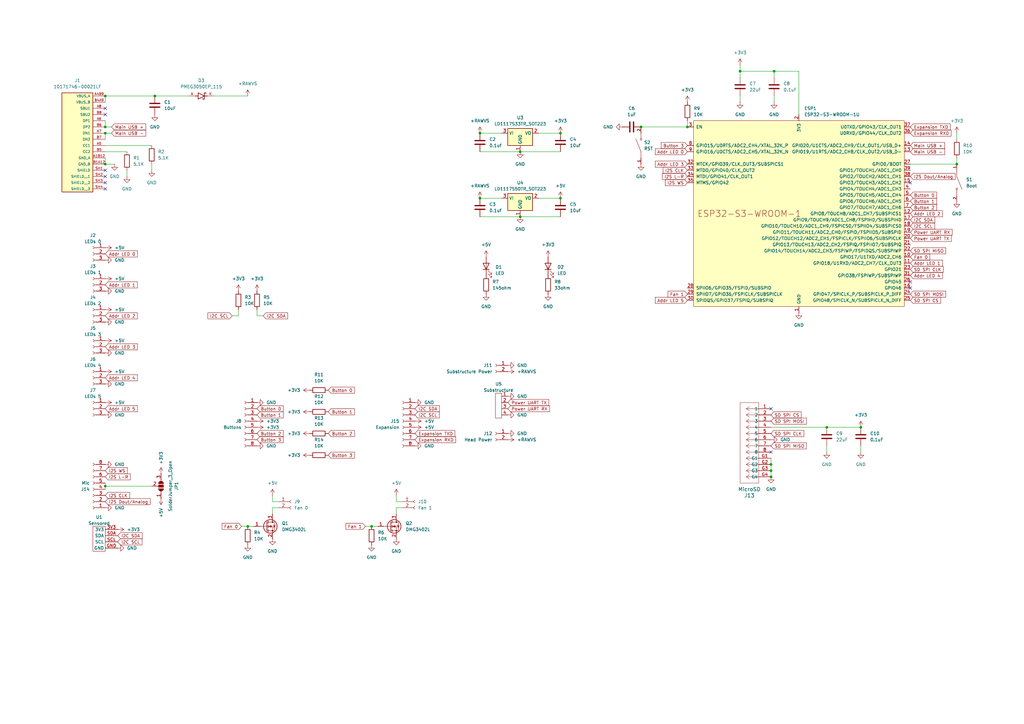
<source format=kicad_sch>
(kicad_sch (version 20250114) (generator "eeschema") (generator_version "9.0")
  (paper "A3")
  (junction (at 229.87 81.28))
  (junction (at 316.23 195.58))
  (junction (at 303.53 29.21))
  (junction (at 43.18 52.07))
  (junction (at 316.23 190.5))
  (junction (at 43.18 199.39))
  (junction (at 316.23 193.04))
  (junction (at 101.6 215.9))
  (junction (at 213.36 62.23))
  (junction (at 196.85 54.61))
  (junction (at 392.43 67.31))
  (junction (at 339.09 175.26))
  (junction (at 262.89 52.07))
  (junction (at 229.87 54.61))
  (junction (at 317.5 29.21))
  (junction (at 63.5 39.37))
  (junction (at 353.06 175.26))
  (junction (at 196.85 81.28))
  (junction (at 43.18 54.61))
  (junction (at 43.18 39.37))
  (junction (at 281.94 52.07))
  (junction (at 43.18 67.31))
  (junction (at 152.4 215.9))
  (junction (at 213.36 88.9))
  (no_connect (at 43.18 72.39))
  (no_connect (at 316.23 167.64))
  (no_connect (at 316.23 185.42))
  (no_connect (at 373.38 118.11))
  (no_connect (at 43.18 44.45))
  (no_connect (at 43.18 46.99))
  (no_connect (at 373.38 115.57))
  (no_connect (at 43.18 77.47))
  (no_connect (at 43.18 74.93))
  (no_connect (at 43.18 69.85))
  (no_connect (at 373.38 74.93))
  (wire (pts (xy 62.23 67.31) (xy 62.23 69.85)))
  (wire (pts (xy 105.41 127) (xy 105.41 129.54)))
  (wire (pts (xy 162.56 208.28) (xy 165.1 208.28)))
  (wire (pts (xy 317.5 39.37) (xy 317.5 41.91)))
  (wire (pts (xy 43.18 54.61) (xy 43.18 57.15)))
  (wire (pts (xy 43.18 199.39) (xy 43.18 200.66)))
  (wire (pts (xy 52.07 69.85) (xy 52.07 72.39)))
  (wire (pts (xy 105.41 129.54) (xy 107.95 129.54)))
  (wire (pts (xy 43.18 59.69) (xy 62.23 59.69)))
  (wire (pts (xy 327.66 29.21) (xy 327.66 46.99)))
  (wire (pts (xy 220.98 54.61) (xy 229.87 54.61)))
  (wire (pts (xy 196.85 88.9) (xy 213.36 88.9)))
  (wire (pts (xy 281.94 49.53) (xy 281.94 52.07)))
  (wire (pts (xy 63.5 39.37) (xy 77.47 39.37)))
  (wire (pts (xy 162.56 210.82) (xy 162.56 208.28)))
  (wire (pts (xy 262.89 52.07) (xy 281.94 52.07)))
  (wire (pts (xy 220.98 81.28) (xy 229.87 81.28)))
  (wire (pts (xy 43.18 41.91) (xy 43.18 39.37)))
  (wire (pts (xy 303.53 29.21) (xy 317.5 29.21)))
  (wire (pts (xy 43.18 62.23) (xy 52.07 62.23)))
  (wire (pts (xy 316.23 190.5) (xy 316.23 193.04)))
  (wire (pts (xy 303.53 26.67) (xy 303.53 29.21)))
  (wire (pts (xy 373.38 67.31) (xy 392.43 67.31)))
  (wire (pts (xy 95.25 129.54) (xy 97.79 129.54)))
  (wire (pts (xy 339.09 182.88) (xy 339.09 185.42)))
  (wire (pts (xy 101.6 215.9) (xy 104.14 215.9)))
  (wire (pts (xy 111.76 205.74) (xy 114.3 205.74)))
  (wire (pts (xy 316.23 175.26) (xy 339.09 175.26)))
  (wire (pts (xy 111.76 210.82) (xy 111.76 208.28)))
  (wire (pts (xy 43.18 39.37) (xy 63.5 39.37)))
  (wire (pts (xy 45.72 54.61) (xy 43.18 54.61)))
  (wire (pts (xy 316.23 193.04) (xy 316.23 195.58)))
  (wire (pts (xy 99.06 215.9) (xy 101.6 215.9)))
  (wire (pts (xy 149.86 215.9) (xy 152.4 215.9)))
  (wire (pts (xy 46.99 67.31) (xy 43.18 67.31)))
  (wire (pts (xy 317.5 29.21) (xy 317.5 31.75)))
  (wire (pts (xy 196.85 62.23) (xy 213.36 62.23)))
  (wire (pts (xy 303.53 29.21) (xy 303.53 31.75)))
  (wire (pts (xy 353.06 182.88) (xy 353.06 185.42)))
  (wire (pts (xy 43.18 67.31) (xy 43.18 64.77)))
  (wire (pts (xy 97.79 129.54) (xy 97.79 127)))
  (wire (pts (xy 392.43 54.61) (xy 392.43 57.15)))
  (wire (pts (xy 111.76 208.28) (xy 114.3 208.28)))
  (wire (pts (xy 392.43 64.77) (xy 392.43 67.31)))
  (wire (pts (xy 43.18 199.39) (xy 62.23 199.39)))
  (wire (pts (xy 213.36 62.23) (xy 229.87 62.23)))
  (wire (pts (xy 111.76 203.2) (xy 111.76 205.74)))
  (wire (pts (xy 162.56 205.74) (xy 165.1 205.74)))
  (wire (pts (xy 152.4 215.9) (xy 154.94 215.9)))
  (wire (pts (xy 339.09 175.26) (xy 353.06 175.26)))
  (wire (pts (xy 196.85 81.28) (xy 205.74 81.28)))
  (wire (pts (xy 316.23 187.96) (xy 316.23 190.5)))
  (wire (pts (xy 317.5 29.21) (xy 327.66 29.21)))
  (wire (pts (xy 303.53 39.37) (xy 303.53 41.91)))
  (wire (pts (xy 45.72 52.07) (xy 43.18 52.07)))
  (wire (pts (xy 162.56 203.2) (xy 162.56 205.74)))
  (wire (pts (xy 43.18 199.39) (xy 43.18 198.12)))
  (wire (pts (xy 213.36 88.9) (xy 229.87 88.9)))
  (wire (pts (xy 196.85 54.61) (xy 205.74 54.61)))
  (wire (pts (xy 43.18 49.53) (xy 43.18 52.07)))
  (wire (pts (xy 101.6 39.37) (xy 87.63 39.37)))
  (global_label "Power UART RX" (shape input) (at 373.38 95.25 0) (property "Intersheetrefs" "${INTERSHEET_REFS}" (effects (hide yes))))
  (global_label "Button 1" (shape input) (at 105.41 170.18 0) (property "Intersheetrefs" "${INTERSHEET_REFS}" (effects (hide yes))))
  (global_label "I2S L-R" (shape input) (at 43.18 195.58 0) (property "Intersheetrefs" "${INTERSHEET_REFS}" (effects (hide yes))))
  (global_label "Addr LED 3" (shape input) (at 43.18 142.24 0) (property "Intersheetrefs" "${INTERSHEET_REFS}" (effects (hide yes))))
  (global_label "SD SPI CLK" (shape input) (at 373.38 110.49 0) (property "Intersheetrefs" "${INTERSHEET_REFS}" (effects (hide yes))))
  (global_label "I2C SDA" (shape input) (at 107.95 129.54 0) (property "Intersheetrefs" "${INTERSHEET_REFS}" (effects (hide yes))))
  (global_label "I2C SCL" (shape input) (at 170.18 170.18 0) (property "Intersheetrefs" "${INTERSHEET_REFS}" (effects (hide yes))))
  (global_label "SD SPI MOSI" (shape input) (at 316.23 172.72 0) (property "Intersheetrefs" "${INTERSHEET_REFS}" (effects (hide yes))))
  (global_label "Button 0" (shape input) (at 373.38 80.01 0) (property "Intersheetrefs" "${INTERSHEET_REFS}" (effects (hide yes))))
  (global_label "Addr LED 0" (shape input) (at 281.94 62.23 180) (property "Intersheetrefs" "${INTERSHEET_REFS}" (effects (hide yes))))
  (global_label "SD SPI CLK" (shape input) (at 316.23 177.8 0) (property "Intersheetrefs" "${INTERSHEET_REFS}" (effects (hide yes))))
  (global_label "I2S L-R" (shape input) (at 281.94 72.39 180) (property "Intersheetrefs" "${INTERSHEET_REFS}" (effects (hide yes))))
  (global_label "Button 3" (shape input) (at 134.62 186.69 0) (property "Intersheetrefs" "${INTERSHEET_REFS}" (effects (hide yes))))
  (global_label "Addr LED 5" (shape input) (at 43.18 167.64 0) (property "Intersheetrefs" "${INTERSHEET_REFS}" (effects (hide yes))))
  (global_label "I2S Dout{slash}Analog" (shape input) (at 373.38 72.39 0) (property "Intersheetrefs" "${INTERSHEET_REFS}" (effects (hide yes))))
  (global_label "Addr LED 3" (shape input) (at 281.94 67.31 180) (property "Intersheetrefs" "${INTERSHEET_REFS}" (effects (hide yes))))
  (global_label "SD SPI MISO" (shape input) (at 316.23 182.88 0) (property "Intersheetrefs" "${INTERSHEET_REFS}" (effects (hide yes))))
  (global_label "Button 0" (shape input) (at 105.41 167.64 0) (property "Intersheetrefs" "${INTERSHEET_REFS}" (effects (hide yes))))
  (global_label "Button 2" (shape input) (at 373.38 85.09 0) (property "Intersheetrefs" "${INTERSHEET_REFS}" (effects (hide yes))))
  (global_label "SD SPI CS" (shape input) (at 316.23 170.18 0) (property "Intersheetrefs" "${INTERSHEET_REFS}" (effects (hide yes))))
  (global_label "I2C SDA" (shape input) (at 48.26 219.71 0) (property "Intersheetrefs" "${INTERSHEET_REFS}" (effects (hide yes))))
  (global_label "Power UART TX" (shape input) (at 208.28 165.1 0) (property "Intersheetrefs" "${INTERSHEET_REFS}" (effects (hide yes))))
  (global_label "Addr LED 4" (shape input) (at 43.18 154.94 0) (property "Intersheetrefs" "${INTERSHEET_REFS}" (effects (hide yes))))
  (global_label "Button 3" (shape input) (at 105.41 180.34 0) (property "Intersheetrefs" "${INTERSHEET_REFS}" (effects (hide yes))))
  (global_label "I2C SCL" (shape input) (at 373.38 92.71 0) (property "Intersheetrefs" "${INTERSHEET_REFS}" (effects (hide yes))))
  (global_label "Addr LED 4" (shape input) (at 373.38 113.03 0) (property "Intersheetrefs" "${INTERSHEET_REFS}" (effects (hide yes))))
  (global_label "I2C SDA" (shape input) (at 170.18 167.64 0) (property "Intersheetrefs" "${INTERSHEET_REFS}" (effects (hide yes))))
  (global_label "I2C SCL" (shape input) (at 95.25 129.54 180) (property "Intersheetrefs" "${INTERSHEET_REFS}" (effects (hide yes))))
  (global_label "Fan 0" (shape input) (at 99.06 215.9 180) (property "Intersheetrefs" "${INTERSHEET_REFS}" (effects (hide yes))))
  (global_label "I2S CLK" (shape input) (at 281.94 69.85 180) (property "Intersheetrefs" "${INTERSHEET_REFS}" (effects (hide yes))))
  (global_label "Main USB -" (shape input) (at 45.72 54.61 0) (property "Intersheetrefs" "${INTERSHEET_REFS}" (effects (hide yes))))
  (global_label "SD SPI MISO" (shape input) (at 373.38 102.87 0) (property "Intersheetrefs" "${INTERSHEET_REFS}" (effects (hide yes))))
  (global_label "Fan 1" (shape input) (at 149.86 215.9 180) (property "Intersheetrefs" "${INTERSHEET_REFS}" (effects (hide yes))))
  (global_label "Fan 1" (shape input) (at 281.94 120.65 180) (property "Intersheetrefs" "${INTERSHEET_REFS}" (effects (hide yes))))
  (global_label "I2S WS" (shape input) (at 281.94 74.93 180) (property "Intersheetrefs" "${INTERSHEET_REFS}" (effects (hide yes))))
  (global_label "Addr LED 2" (shape input) (at 373.38 87.63 0) (property "Intersheetrefs" "${INTERSHEET_REFS}" (effects (hide yes))))
  (global_label "Expansion TXD" (shape input) (at 373.38 52.07 0) (property "Intersheetrefs" "${INTERSHEET_REFS}" (effects (hide yes))))
  (global_label "Addr LED 2" (shape input) (at 43.18 129.54 0) (property "Intersheetrefs" "${INTERSHEET_REFS}" (effects (hide yes))))
  (global_label "Main USB -" (shape input) (at 373.38 62.23 0) (property "Intersheetrefs" "${INTERSHEET_REFS}" (effects (hide yes))))
  (global_label "SD SPI CS" (shape input) (at 373.38 123.19 0) (property "Intersheetrefs" "${INTERSHEET_REFS}" (effects (hide yes))))
  (global_label "Expansion RXD" (shape input) (at 373.38 54.61 0) (property "Intersheetrefs" "${INTERSHEET_REFS}" (effects (hide yes))))
  (global_label "Addr LED 1" (shape input) (at 43.18 116.84 0) (property "Intersheetrefs" "${INTERSHEET_REFS}" (effects (hide yes))))
  (global_label "Button 2" (shape input) (at 105.41 177.8 0) (property "Intersheetrefs" "${INTERSHEET_REFS}" (effects (hide yes))))
  (global_label "Main USB +" (shape input) (at 45.72 52.07 0) (property "Intersheetrefs" "${INTERSHEET_REFS}" (effects (hide yes))))
  (global_label "Addr LED 1" (shape input) (at 373.38 107.95 0) (property "Intersheetrefs" "${INTERSHEET_REFS}" (effects (hide yes))))
  (global_label "Fan 0" (shape input) (at 373.38 105.41 0) (property "Intersheetrefs" "${INTERSHEET_REFS}" (effects (hide yes))))
  (global_label "Button 0" (shape input) (at 134.62 160.02 0) (property "Intersheetrefs" "${INTERSHEET_REFS}" (effects (hide yes))))
  (global_label "I2C SDA" (shape input) (at 373.38 90.17 0) (property "Intersheetrefs" "${INTERSHEET_REFS}" (effects (hide yes))))
  (global_label "I2S CLK" (shape input) (at 43.18 203.2 0) (property "Intersheetrefs" "${INTERSHEET_REFS}" (effects (hide yes))))
  (global_label "Power UART RX" (shape input) (at 208.28 167.64 0) (property "Intersheetrefs" "${INTERSHEET_REFS}" (effects (hide yes))))
  (global_label "I2S WS" (shape input) (at 43.18 193.04 0) (property "Intersheetrefs" "${INTERSHEET_REFS}" (effects (hide yes))))
  (global_label "Expansion TXD" (shape input) (at 170.18 177.8 0) (property "Intersheetrefs" "${INTERSHEET_REFS}" (effects (hide yes))))
  (global_label "Button 1" (shape input) (at 373.38 82.55 0) (property "Intersheetrefs" "${INTERSHEET_REFS}" (effects (hide yes))))
  (global_label "SD SPI MOSI" (shape input) (at 373.38 120.65 0) (property "Intersheetrefs" "${INTERSHEET_REFS}" (effects (hide yes))))
  (global_label "Addr LED 0" (shape input) (at 43.18 104.14 0) (property "Intersheetrefs" "${INTERSHEET_REFS}" (effects (hide yes))))
  (global_label "Button 2" (shape input) (at 134.62 177.8 0) (property "Intersheetrefs" "${INTERSHEET_REFS}" (effects (hide yes))))
  (global_label "Power UART TX" (shape input) (at 373.38 97.79 0) (property "Intersheetrefs" "${INTERSHEET_REFS}" (effects (hide yes))))
  (global_label "Button 3" (shape input) (at 281.94 59.69 180) (property "Intersheetrefs" "${INTERSHEET_REFS}" (effects (hide yes))))
  (global_label "Addr LED 5" (shape input) (at 281.94 123.19 180) (property "Intersheetrefs" "${INTERSHEET_REFS}" (effects (hide yes))))
  (global_label "Button 1" (shape input) (at 134.62 168.91 0) (property "Intersheetrefs" "${INTERSHEET_REFS}" (effects (hide yes))))
  (global_label "I2C SCL" (shape input) (at 48.26 222.25 0) (property "Intersheetrefs" "${INTERSHEET_REFS}" (effects (hide yes))))
  (global_label "Main USB +" (shape input) (at 373.38 59.69 0) (property "Intersheetrefs" "${INTERSHEET_REFS}" (effects (hide yes))))
  (global_label "I2S Dout{slash}Analog" (shape input) (at 43.18 205.74 0) (property "Intersheetrefs" "${INTERSHEET_REFS}" (effects (hide yes))))
  (global_label "Expansion RXD" (shape input) (at 170.18 180.34 0) (property "Intersheetrefs" "${INTERSHEET_REFS}" (effects (hide yes))))
  (symbol (lib_id "Connector:Conn_01x02_Socket") (at 203.2 149.86 0) (mirror y) (unit 1) (in_bom no)
    (property "Reference" "J11" (at 201.93 149.8599 0) (effects (justify left)))
    (property "Value" "Substructure Power" (at 201.93 152.3999 0) (effects (justify left)))
    (property "Footprint" "Connector_AMASS:AMASS_XT30PW-M_1x02_P2.50mm_Horizontal" (effects (hide yes)))
    (property "Description" "Generic connector, single row, 01x02, script generated" (effects (hide yes)))
  )
  (symbol (lib_id "Device:C") (at 339.09 179.07 0) (unit 1)
    (property "Reference" "C9" (at 342.9 177.7999 0) (effects (justify left)))
    (property "Value" "22uF" (at 342.9 180.3399 0) (effects (justify left)))
    (property "Footprint" "Capacitor_SMD:C_0603_1608Metric_Pad1.08x0.95mm_HandSolder" (effects (hide yes)))
    (property "Description" "Unpolarized capacitor" (effects (hide yes)))
    (property "LCSC" "C84419" (effects (hide yes)))
  )
  (symbol (lib_id "power:GND") (at 327.66 128.27 0) (unit 1)
    (property "Reference" "#PWR071" (effects (hide yes)))
    (property "Value" "GND" (at 327.66 133.35 0))
    (property "Description" "Power symbol creates a global label with name \"GND\" , ground" (effects (hide yes)))
  )
  (symbol (lib_id "power:+3V3") (at 353.06 175.26 0) (unit 1)
    (property "Reference" "#PWR073" (effects (hide yes)))
    (property "Value" "+3V3" (at 353.06 170.18 0))
    (property "Description" "Power symbol creates a global label with name \"+3V3\"" (effects (hide yes)))
  )
  (symbol (lib_id "Device:R") (at 224.79 116.84 0) (unit 1)
    (property "Reference" "R8" (at 227.33 115.5699 0) (effects (justify left)))
    (property "Value" "33ohm" (at 227.33 118.1099 0) (effects (justify left)))
    (property "Footprint" "Capacitor_SMD:C_0603_1608Metric_Pad1.08x0.95mm_HandSolder" (effects (hide yes)))
    (property "Description" "Resistor" (effects (hide yes)))
    (property "LCSC" "C108661" (effects (hide yes)))
  )
  (symbol (lib_id "power:+5V") (at 111.76 203.2 0) (unit 1)
    (property "Reference" "#PWR025" (effects (hide yes)))
    (property "Value" "+5V" (at 111.76 198.12 0))
    (property "Description" "Power symbol creates a global label with name \"+5V\"" (effects (hide yes)))
  )
  (symbol (lib_id "power:+5V") (at 229.87 81.28 0) (unit 1)
    (property "Reference" "#PWR062" (effects (hide yes)))
    (property "Value" "+5V" (at 229.87 76.2 0))
    (property "Description" "Power symbol creates a global label with name \"+5V\"" (effects (hide yes)))
  )
  (symbol (lib_id "power:GND") (at 208.28 162.56 90) (unit 1)
    (property "Reference" "#PWR037" (effects (hide yes)))
    (property "Value" "GND" (at 212.09 162.5599 90) (effects (justify right)))
    (property "Description" "Power symbol creates a global label with name \"GND\" , ground" (effects (hide yes)))
  )
  (symbol (lib_id "power:GND") (at 63.5 46.99 0) (unit 1)
    (property "Reference" "#PWR019" (effects (hide yes)))
    (property "Value" "GND" (at 63.5 52.07 0))
    (property "Description" "Power symbol creates a global label with name \"GND\" , ground" (effects (hide yes)))
  )
  (symbol (lib_id "USBC_10171746_00021LF:10171746-00021LF") (at 31.75 50.8 0) (unit 1)
    (property "Reference" "J1" (at 31.75 33.02 0))
    (property "Value" "10171746-00021LF" (at 31.75 35.56 0))
    (property "Footprint" "USBC:MOLEX_2171790001" (effects (hide yes)))
    (property "LCSC" "C3197684" (effects (hide yes)))
    (property "PARTREV" "A" (effects (hide yes)))
    (property "STANDARD" "Manufacturer Recommendations" (effects (hide yes)))
    (property "MAXIMUM_PACKAGE_HEIGHT" "3.16 mm" (effects (hide yes)))
    (property "MANUFACTURER" "Amphenol" (effects (hide yes)))
  )
  (symbol (lib_id "Connector:Conn_01x03_Socket") (at 38.1 129.54 0) (mirror y) (unit 1)
    (property "Reference" "J4" (at 38.1 121.92 0))
    (property "Value" "LEDs 2" (at 38.1 124.46 0))
    (property "Footprint" "Connector_JST:JST_GH_SM03B-GHS-TB_1x03-1MP_P1.25mm_Horizontal" (effects (hide yes)))
    (property "Description" "Generic connector, single row, 01x03, script generated" (effects (hide yes)))
    (property "LCSC" "C514175" (effects (hide yes)))
  )
  (symbol (lib_id "power:GND") (at 316.23 180.34 90) (unit 1)
    (property "Reference" "#PWR068" (effects (hide yes)))
    (property "Value" "GND" (at 320.04 180.3399 90) (effects (justify right)))
    (property "Description" "Power symbol creates a global label with name \"GND\" , ground" (effects (hide yes)))
  )
  (symbol (lib_id "Device:C") (at 196.85 58.42 0) (unit 1)
    (property "Reference" "C2" (at 200.66 57.1499 0) (effects (justify left)))
    (property "Value" "0.1uf" (at 200.66 59.6899 0) (effects (justify left)))
    (property "Footprint" "Capacitor_SMD:C_0603_1608Metric_Pad1.08x0.95mm_HandSolder" (effects (hide yes)))
    (property "Description" "Unpolarized capacitor" (effects (hide yes)))
    (property "LCSC" "C1591" (effects (hide yes)))
  )
  (symbol (lib_id "Regulator_Linear:LD1117S50TR_SOT223") (at 213.36 81.28 0) (unit 1)
    (property "Reference" "U4" (at 213.36 74.93 0))
    (property "Value" "LD1117S50TR_SOT223" (at 213.36 77.47 0))
    (property "Footprint" "Package_TO_SOT_SMD:SOT-223-3_TabPin2" (effects (hide yes)))
    (property "Datasheet" "http://www.st.com/st-web-ui/static/active/en/resource/technical/document/datasheet/CD00000544.pdf" (effects (hide yes)))
    (property "Description" "800mA Fixed Low Drop Positive Voltage Regulator, Fixed Output 5.0V, SOT-223" (effects (hide yes)))
    (property "LCSC" "C134077" (effects (hide yes)))
  )
  (symbol (lib_id "power:GND") (at 48.26 224.79 90) (unit 1)
    (property "Reference" "#PWR015" (effects (hide yes)))
    (property "Value" "GND" (at 52.07 224.7899 90) (effects (justify right)))
    (property "Description" "Power symbol creates a global label with name \"GND\" , ground" (effects (hide yes)))
  )
  (symbol (lib_id "power:+5V") (at 43.18 152.4 270) (unit 1)
    (property "Reference" "#PWR09" (effects (hide yes)))
    (property "Value" "+5V" (at 46.99 152.3999 90) (effects (justify left)))
    (property "Description" "Power symbol creates a global label with name \"+5V\"" (effects (hide yes)))
  )
  (symbol (lib_id "Device:C") (at 63.5 43.18 0) (unit 1)
    (property "Reference" "C1" (at 67.31 41.9099 0) (effects (justify left)))
    (property "Value" "10uF" (at 67.31 44.4499 0) (effects (justify left)))
    (property "Footprint" "Capacitor_SMD:C_0603_1608Metric" (effects (hide yes)))
    (property "Description" "Unpolarized capacitor" (effects (hide yes)))
    (property "LCSC" "C3039698" (effects (hide yes)))
  )
  (symbol (lib_id "power:+3V3") (at 392.43 54.61 0) (unit 1)
    (property "Reference" "#PWR075" (effects (hide yes)))
    (property "Value" "+3V3" (at 392.43 49.53 0))
    (property "Description" "Power symbol creates a global label with name \"+3V3\"" (effects (hide yes)))
  )
  (symbol (lib_id "power:+5VP") (at 196.85 81.28 0) (unit 1)
    (property "Reference" "#PWR043" (effects (hide yes)))
    (property "Value" "+RAWVS" (at 196.85 76.2 0))
    (property "Description" "Power symbol creates a global label with name \"+5VP\"" (effects (hide yes)))
  )
  (symbol (lib_id "Device:R") (at 281.94 45.72 0) (unit 1)
    (property "Reference" "R9" (at 284.48 44.4499 0) (effects (justify left)))
    (property "Value" "10K" (at 284.48 46.9899 0) (effects (justify left)))
    (property "Footprint" "Resistor_SMD:R_0603_1608Metric" (effects (hide yes)))
    (property "Description" "Resistor" (effects (hide yes)))
    (property "LCSC" "C98220" (effects (hide yes)))
  )
  (symbol (lib_id "power:+5V") (at 199.39 105.41 0) (unit 1)
    (property "Reference" "#PWR047" (effects (hide yes)))
    (property "Value" "+5V" (at 199.39 100.33 0))
    (property "Description" "Power symbol creates a global label with name \"+5V\"" (effects (hide yes)))
  )
  (symbol (lib_id "power:GND") (at 43.18 144.78 90) (unit 1)
    (property "Reference" "#PWR08" (effects (hide yes)))
    (property "Value" "GND" (at 46.99 144.7799 90) (effects (justify right)))
    (property "Description" "Power symbol creates a global label with name \"GND\" , ground" (effects (hide yes)))
  )
  (symbol (lib_id "Connector:Conn_01x03_Socket") (at 38.1 104.14 0) (mirror y) (unit 1)
    (property "Reference" "J2" (at 38.1 96.52 0))
    (property "Value" "LEDs 0" (at 38.1 99.06 0))
    (property "Footprint" "Connector_JST:JST_GH_SM03B-GHS-TB_1x03-1MP_P1.25mm_Horizontal" (effects (hide yes)))
    (property "Description" "Generic connector, single row, 01x03, script generated" (effects (hide yes)))
    (property "LCSC" "C514175" (effects (hide yes)))
  )
  (symbol (lib_id "Buttons:B3U-1000P") (at 262.89 59.69 90) (unit 1)
    (property "Reference" "S2" (at 264.16 58.4199 90) (effects (justify right)))
    (property "Value" "RST" (at 264.16 60.9599 90) (effects (justify right)))
    (property "Footprint" "Buttons:SW_B3U-1000P" (effects (hide yes)))
    (property "Datasheet" "kicad-embed://B3U-1000P.step" (effects (hide yes)))
    (property "LCSC" "C231329 " (effects (hide yes)))
    (property "MF" "Omron" (effects (hide yes)))
    (property "DESCRIPTION" "Tactile Switch SPST-NO Top Actuated Surface Mount" (effects (hide yes)))
    (property "PACKAGE" "None" (effects (hide yes)))
    (property "PRICE" "None" (effects (hide yes)))
    (property "MP" "B3U-1000P" (effects (hide yes)))
    (property "AVAILABILITY" "Unavailable" (effects (hide yes)))
  )
  (symbol (lib_id "Device:R") (at 62.23 63.5 0) (unit 1)
    (property "Reference" "R2" (at 64.77 62.2299 0) (effects (justify left)))
    (property "Value" "5.1K" (at 64.77 64.7699 0) (effects (justify left)))
    (property "Footprint" "Resistor_SMD:R_0603_1608Metric" (effects (hide yes)))
    (property "Description" "Resistor" (effects (hide yes)))
    (property "LCSC" "C328432" (effects (hide yes)))
  )
  (symbol (lib_id "power:+5V") (at 43.18 139.7 270) (unit 1)
    (property "Reference" "#PWR07" (effects (hide yes)))
    (property "Value" "+5V" (at 46.99 139.6999 90) (effects (justify left)))
    (property "Description" "Power symbol creates a global label with name \"+5V\"" (effects (hide yes)))
  )
  (symbol (lib_id "PCM_Espressif:ESP32-S3-WROOM-1") (at 327.66 87.63 0) (unit 1) (in_bom no)
    (property "Reference" "ESP1" (at 329.8541 44.45 0) (effects (justify left)))
    (property "Value" "ESP32-S3-WROOM-1U" (at 329.8541 46.99 0) (effects (justify left)))
    (property "Footprint" "RF_Module:ESP32-S3-WROOM-1U" (effects (hide yes)))
    (property "Datasheet" "https://www.espressif.com/sites/default/files/documentation/esp32-s3-wroom-1_wroom-1u_datasheet_en.pdf" (effects (hide yes)))
    (property "Description" "2.4 GHz WiFi (802.11 b/g/n) and Bluetooth ® 5 (LE) module Built around ESP32S3 series of SoCs, Xtensa ® dualcore 32bit LX7 microprocessor Flash up to 16 MB, PSRAM up to 8 MB 36 GPIOs, rich set of peripherals Onboard PCB antenna" (effects (hide yes)))
  )
  (symbol (lib_id "power:+3V3") (at 66.04 194.31 0) (mirror y) (unit 1)
    (property "Reference" "#PWR027" (effects (hide yes)))
    (property "Value" "+3V3" (at 66.0401 190.5 90) (effects (justify left)))
    (property "Description" "Power symbol creates a global label with name \"+3V3\"" (effects (hide yes)))
  )
  (symbol (lib_id "power:GND") (at 392.43 82.55 0) (unit 1)
    (property "Reference" "#PWR076" (effects (hide yes)))
    (property "Value" "GND" (at 392.43 87.63 0))
    (property "Description" "Power symbol creates a global label with name \"GND\" , ground" (effects (hide yes)))
  )
  (symbol (lib_id "power:GND") (at 170.18 165.1 90) (unit 1)
    (property "Reference" "#PWR039" (effects (hide yes)))
    (property "Value" "GND" (at 173.99 165.0999 90) (effects (justify right)))
    (property "Description" "Power symbol creates a global label with name \"GND\" , ground" (effects (hide yes)))
  )
  (symbol (lib_id "MicroSD_473092651:473092651") (at 316.23 167.64 0) (mirror y) (unit 1)
    (property "Reference" "J13" (at 307.34 203.2 0) (effects (font (size 1.524 1.524))))
    (property "Value" "MicroSD" (at 307.34 200.66 0) (effects (font (size 1.524 1.524))))
    (property "Footprint" "Micro SD:MicroSD_473092651" (effects (hide yes)))
    (property "Datasheet" "473092651" (effects (hide yes)))
    (property "LCSC" "C587826" (effects (hide yes)))
  )
  (symbol (lib_id "power:GND") (at 224.79 120.65 0) (unit 1)
    (property "Reference" "#PWR060" (effects (hide yes)))
    (property "Value" "GND" (at 224.79 125.73 0))
    (property "Description" "Power symbol creates a global label with name \"GND\" , ground" (effects (hide yes)))
  )
  (symbol (lib_id "Connector:Conn_01x08_Socket") (at 165.1 172.72 0) (mirror y) (unit 1)
    (property "Reference" "J15" (at 163.83 172.7199 0) (effects (justify left)))
    (property "Value" "Expansion" (at 163.83 175.2599 0) (effects (justify left)))
    (property "Footprint" "Connector_JST:JST_GH_SM08B-GHS-TB_1x08-1MP_P1.25mm_Horizontal" (effects (hide yes)))
    (property "Description" "Generic connector, single row, 01x08, script generated" (effects (hide yes)))
    (property "LCSC" "C265111" (effects (hide yes)))
  )
  (symbol (lib_id "Connector:Conn_01x03_Socket") (at 38.1 142.24 0) (mirror y) (unit 1)
    (property "Reference" "J5" (at 38.1 134.62 0))
    (property "Value" "LEDs 3" (at 38.1 137.16 0))
    (property "Footprint" "Connector_JST:JST_GH_SM03B-GHS-TB_1x03-1MP_P1.25mm_Horizontal" (effects (hide yes)))
    (property "Description" "Generic connector, single row, 01x03, script generated" (effects (hide yes)))
    (property "LCSC" "C514175" (effects (hide yes)))
  )
  (symbol (lib_id "power:GND") (at 43.18 208.28 90) (mirror x) (unit 1)
    (property "Reference" "#PWR038" (effects (hide yes)))
    (property "Value" "GND" (at 46.99 208.2799 90) (effects (justify right)))
    (property "Description" "Power symbol creates a global label with name \"GND\" , ground" (effects (hide yes)))
  )
  (symbol (lib_id "power:GND") (at 111.76 220.98 0) (unit 1)
    (property "Reference" "#PWR026" (effects (hide yes)))
    (property "Value" "GND" (at 111.76 226.06 0))
    (property "Description" "Power symbol creates a global label with name \"GND\" , ground" (effects (hide yes)))
  )
  (symbol (lib_id "Device:LED") (at 199.39 109.22 90) (unit 1)
    (property "Reference" "D1" (at 203.2 109.5374 90) (effects (justify right)))
    (property "Value" "LED" (at 203.2 112.0774 90) (effects (justify right)))
    (property "Footprint" "Diode_SMD:D_0603_1608Metric_Pad1.05x0.95mm_HandSolder" (effects (hide yes)))
    (property "Description" "Light emitting diode" (effects (hide yes)))
    (property "LCSC" "C7207730" (effects (hide yes)))
  )
  (symbol (lib_id "Buttons:B3U-1000P") (at 392.43 74.93 270) (unit 1)
    (property "Reference" "S1" (at 396.24 73.6599 90) (effects (justify left)))
    (property "Value" "Boot" (at 396.24 76.1999 90) (effects (justify left)))
    (property "Footprint" "Buttons:SW_B3U-1000P" (effects (hide yes)))
    (property "Datasheet" "kicad-embed://B3U-1000P.step" (effects (hide yes)))
    (property "LCSC" "C231329 " (effects (hide yes)))
    (property "MF" "Omron" (effects (hide yes)))
    (property "DESCRIPTION" "Tactile Switch SPST-NO Top Actuated Surface Mount" (effects (hide yes)))
    (property "PACKAGE" "None" (effects (hide yes)))
    (property "PRICE" "None" (effects (hide yes)))
    (property "MP" "B3U-1000P" (effects (hide yes)))
    (property "AVAILABILITY" "Unavailable" (effects (hide yes)))
  )
  (symbol (lib_id "Device:R") (at 130.81 186.69 90) (unit 1)
    (property "Reference" "R14" (at 130.81 180.34 90))
    (property "Value" "10K" (at 130.81 182.88 90))
    (property "Footprint" "Resistor_SMD:R_0603_1608Metric_Pad0.98x0.95mm_HandSolder" (effects (hide yes)))
    (property "Description" "Resistor" (effects (hide yes)))
    (property "LCSC" "C98220" (effects (hide yes)))
  )
  (symbol (lib_id "power:+3V3") (at 127 186.69 90) (unit 1)
    (property "Reference" "#PWR050" (effects (hide yes)))
    (property "Value" "+3V3" (at 123.19 186.6899 90) (effects (justify left)))
    (property "Description" "Power symbol creates a global label with name \"+3V3\"" (effects (hide yes)))
  )
  (symbol (lib_id "power:GND") (at 43.18 132.08 90) (unit 1)
    (property "Reference" "#PWR06" (effects (hide yes)))
    (property "Value" "GND" (at 46.99 132.0799 90) (effects (justify right)))
    (property "Description" "Power symbol creates a global label with name \"GND\" , ground" (effects (hide yes)))
  )
  (symbol (lib_id "power:GND") (at 208.28 170.18 90) (unit 1)
    (property "Reference" "#PWR055" (effects (hide yes)))
    (property "Value" "GND" (at 212.09 170.1799 90) (effects (justify right)))
    (property "Description" "Power symbol creates a global label with name \"GND\" , ground" (effects (hide yes)))
  )
  (symbol (lib_id "power:GND") (at 62.23 69.85 0) (unit 1)
    (property "Reference" "#PWR017" (effects (hide yes)))
    (property "Value" "GND" (at 62.23 74.93 0))
    (property "Description" "Power symbol creates a global label with name \"GND\" , ground" (effects (hide yes)))
  )
  (symbol (lib_id "power:GND") (at 262.89 67.31 0) (unit 1)
    (property "Reference" "#PWR064" (effects (hide yes)))
    (property "Value" "GND" (at 262.89 72.39 0))
    (property "Description" "Power symbol creates a global label with name \"GND\" , ground" (effects (hide yes)))
  )
  (symbol (lib_id "Device:R") (at 105.41 123.19 0) (unit 1)
    (property "Reference" "R5" (at 107.95 121.9199 0) (effects (justify left)))
    (property "Value" "10K" (at 107.95 124.4599 0) (effects (justify left)))
    (property "Footprint" "Resistor_SMD:R_0603_1608Metric_Pad0.98x0.95mm_HandSolder" (effects (hide yes)))
    (property "Description" "Resistor" (effects (hide yes)))
    (property "LCSC" "C98220" (effects (hide yes)))
  )
  (symbol (lib_id "Device:C") (at 196.85 85.09 0) (unit 1)
    (property "Reference" "C3" (at 200.66 83.8199 0) (effects (justify left)))
    (property "Value" "0.1uf" (at 200.66 86.3599 0) (effects (justify left)))
    (property "Footprint" "Capacitor_SMD:C_0603_1608Metric_Pad1.08x0.95mm_HandSolder" (effects (hide yes)))
    (property "Description" "Unpolarized capacitor" (effects (hide yes)))
    (property "LCSC" "C1591" (effects (hide yes)))
  )
  (symbol (lib_id "Device:R") (at 130.81 177.8 90) (unit 1)
    (property "Reference" "R13" (at 130.81 171.45 90))
    (property "Value" "10K" (at 130.81 173.99 90))
    (property "Footprint" "Resistor_SMD:R_0603_1608Metric_Pad0.98x0.95mm_HandSolder" (effects (hide yes)))
    (property "Description" "Resistor" (effects (hide yes)))
    (property "LCSC" "C98220" (effects (hide yes)))
  )
  (symbol (lib_id "power:+3V3") (at 105.41 172.72 270) (unit 1)
    (property "Reference" "#PWR029" (effects (hide yes)))
    (property "Value" "+3V3" (at 109.22 172.7199 90) (effects (justify left)))
    (property "Description" "Power symbol creates a global label with name \"+3V3\"" (effects (hide yes)))
  )
  (symbol (lib_id "power:+5V") (at 170.18 172.72 270) (unit 1)
    (property "Reference" "#PWR052" (effects (hide yes)))
    (property "Value" "+5V" (at 173.99 172.7199 90) (effects (justify left)))
    (property "Description" "Power symbol creates a global label with name \"+5V\"" (effects (hide yes)))
  )
  (symbol (lib_id "Device:R") (at 130.81 160.02 90) (unit 1)
    (property "Reference" "R11" (at 130.81 153.67 90))
    (property "Value" "10K" (at 130.81 156.21 90))
    (property "Footprint" "Resistor_SMD:R_0603_1608Metric_Pad0.98x0.95mm_HandSolder" (effects (hide yes)))
    (property "Description" "Resistor" (effects (hide yes)))
    (property "LCSC" "C98220" (effects (hide yes)))
  )
  (symbol (lib_id "Device:C") (at 303.53 35.56 0) (unit 1)
    (property "Reference" "C7" (at 307.34 34.2899 0) (effects (justify left)))
    (property "Value" "22uF" (at 307.34 36.8299 0) (effects (justify left)))
    (property "Footprint" "Capacitor_SMD:C_0603_1608Metric_Pad1.08x0.95mm_HandSolder" (effects (hide yes)))
    (property "Description" "Unpolarized capacitor" (effects (hide yes)))
    (property "LCSC" "C84419" (effects (hide yes)))
  )
  (symbol (lib_id "power:GND") (at 152.4 223.52 0) (unit 1)
    (property "Reference" "#PWR032" (effects (hide yes)))
    (property "Value" "GND" (at 152.4 228.6 0))
    (property "Description" "Power symbol creates a global label with name \"GND\" , ground" (effects (hide yes)))
  )
  (symbol (lib_id "power:+3V3") (at 224.79 105.41 0) (unit 1)
    (property "Reference" "#PWR059" (effects (hide yes)))
    (property "Value" "+3V3" (at 224.79 100.33 0))
    (property "Description" "Power symbol creates a global label with name \"+3V3\"" (effects (hide yes)))
  )
  (symbol (lib_id "Device:R") (at 101.6 219.71 0) (unit 1)
    (property "Reference" "R4" (at 104.14 218.4399 0) (effects (justify left)))
    (property "Value" "10K" (at 104.14 220.9799 0) (effects (justify left)))
    (property "Footprint" "Resistor_SMD:R_0603_1608Metric_Pad0.98x0.95mm_HandSolder" (effects (hide yes)))
    (property "Description" "Resistor" (effects (hide yes)))
    (property "LCSC" "C98220" (effects (hide yes)))
  )
  (symbol (lib_id "power:+5V") (at 43.18 101.6 270) (unit 1)
    (property "Reference" "#PWR01" (effects (hide yes)))
    (property "Value" "+5V" (at 46.99 101.5999 90) (effects (justify left)))
    (property "Description" "Power symbol creates a global label with name \"+5V\"" (effects (hide yes)))
  )
  (symbol (lib_id "Connector:Conn_01x08_Socket") (at 100.33 172.72 0) (mirror y) (unit 1)
    (property "Reference" "J8" (at 99.06 172.7199 0) (effects (justify left)))
    (property "Value" "Buttons" (at 99.06 175.2599 0) (effects (justify left)))
    (property "Footprint" "Connector_JST:JST_GH_SM08B-GHS-TB_1x08-1MP_P1.25mm_Horizontal" (effects (hide yes)))
    (property "Description" "Generic connector, single row, 01x08, script generated" (effects (hide yes)))
    (property "LCSC" "C265111" (effects (hide yes)))
  )
  (symbol (lib_id "power:+3V3") (at 127 177.8 90) (unit 1)
    (property "Reference" "#PWR049" (effects (hide yes)))
    (property "Value" "+3V3" (at 123.19 177.7999 90) (effects (justify left)))
    (property "Description" "Power symbol creates a global label with name \"+3V3\"" (effects (hide yes)))
  )
  (symbol (lib_id "Jumper:SolderJumper_3_Open") (at 66.04 199.39 270) (mirror x) (unit 1) (in_bom no)
    (property "Reference" "JP1" (at 72.39 199.39 0))
    (property "Value" "SolderJumper_3_Open" (at 69.85 199.39 0))
    (property "Footprint" "Jumper:SolderJumper-3_P1.3mm_Open_RoundedPad1.0x1.5mm" (effects (hide yes)))
    (property "Description" "Solder Jumper, 3-pole, open" (effects (hide yes)))
  )
  (symbol (lib_id "Transistor_FET:DMG3402L") (at 109.22 215.9 0) (unit 1)
    (property "Reference" "Q1" (at 115.57 214.6299 0) (effects (justify left)))
    (property "Value" "DMG3402L" (at 115.57 217.1699 0) (effects (justify left)))
    (property "Footprint" "Package_TO_SOT_SMD:SOT-23" (effects (hide yes)))
    (property "Datasheet" "http://www.diodes.com/assets/Datasheets/DMG3402L.pdf" (effects (hide yes)))
    (property "Description" "4A Id, 30V Vds, N-Channel MOSFET, SOT-23" (effects (hide yes)))
    (property "LCSC" "C96614" (effects (hide yes)))
  )
  (symbol (lib_id "Device:C") (at 317.5 35.56 0) (unit 1)
    (property "Reference" "C8" (at 321.31 34.2899 0) (effects (justify left)))
    (property "Value" "0.1uF" (at 321.31 36.8299 0) (effects (justify left)))
    (property "Footprint" "Capacitor_SMD:C_0603_1608Metric_Pad1.08x0.95mm_HandSolder" (effects (hide yes)))
    (property "Description" "Unpolarized capacitor" (effects (hide yes)))
    (property "LCSC" "C1591" (effects (hide yes)))
  )
  (symbol (lib_id "Device:R") (at 52.07 66.04 0) (unit 1)
    (property "Reference" "R1" (at 54.61 64.7699 0) (effects (justify left)))
    (property "Value" "5.1K" (at 54.61 67.3099 0) (effects (justify left)))
    (property "Footprint" "Resistor_SMD:R_0603_1608Metric" (effects (hide yes)))
    (property "Description" "Resistor" (effects (hide yes)))
    (property "LCSC" "C328432" (effects (hide yes)))
  )
  (symbol (lib_id "Custom Modules:Sensored") (at 43.18 220.98 0) (unit 1)
    (property "Reference" "U1" (at 40.64 212.09 0))
    (property "Value" "Sensored" (at 40.64 214.63 0))
    (property "Footprint" "Custom Modules:Sensored" (effects (hide yes)))
  )
  (symbol (lib_id "power:GND") (at 43.18 157.48 90) (unit 1)
    (property "Reference" "#PWR010" (effects (hide yes)))
    (property "Value" "GND" (at 46.99 157.4799 90) (effects (justify right)))
    (property "Description" "Power symbol creates a global label with name \"GND\" , ground" (effects (hide yes)))
  )
  (symbol (lib_id "power:+3V3") (at 97.79 119.38 0) (unit 1)
    (property "Reference" "#PWR020" (effects (hide yes)))
    (property "Value" "+3V3" (at 97.79 114.3 0))
    (property "Description" "Power symbol creates a global label with name \"+3V3\"" (effects (hide yes)))
  )
  (symbol (lib_id "FFC:FFC-4") (at 204.47 166.37 0) (unit 1) (in_bom no)
    (property "Reference" "U5" (at 204.47 157.48 0))
    (property "Value" "Substructure" (at 204.47 160.02 0))
    (property "Footprint" "FCC:FFC-4-0.5" (effects (hide yes)))
  )
  (symbol (lib_id "Device:C") (at 259.08 52.07 90) (unit 1)
    (property "Reference" "C6" (at 259.08 44.45 90))
    (property "Value" "1uF" (at 259.08 46.99 90))
    (property "Footprint" "Capacitor_SMD:C_0603_1608Metric_Pad1.08x0.95mm_HandSolder" (effects (hide yes)))
    (property "Description" "Unpolarized capacitor" (effects (hide yes)))
    (property "LCSC" "C95843" (effects (hide yes)))
  )
  (symbol (lib_id "Device:R") (at 199.39 116.84 0) (unit 1)
    (property "Reference" "R7" (at 201.93 115.5699 0) (effects (justify left)))
    (property "Value" "145ohm" (at 201.93 118.1099 0) (effects (justify left)))
    (property "Footprint" "Capacitor_SMD:C_0603_1608Metric_Pad1.08x0.95mm_HandSolder" (effects (hide yes)))
    (property "Description" "Resistor" (effects (hide yes)))
    (property "LCSC" "C2930065" (effects (hide yes)))
  )
  (symbol (lib_id "Device:R") (at 97.79 123.19 0) (unit 1)
    (property "Reference" "R3" (at 100.33 121.9199 0) (effects (justify left)))
    (property "Value" "10K" (at 100.33 124.4599 0) (effects (justify left)))
    (property "Footprint" "Resistor_SMD:R_0603_1608Metric_Pad0.98x0.95mm_HandSolder" (effects (hide yes)))
    (property "Description" "Resistor" (effects (hide yes)))
    (property "LCSC" "C98220" (effects (hide yes)))
  )
  (symbol (lib_id "power:+3V3") (at 229.87 54.61 0) (unit 1)
    (property "Reference" "#PWR061" (effects (hide yes)))
    (property "Value" "+3V3" (at 229.87 49.53 0))
    (property "Description" "Power symbol creates a global label with name \"+3V3\"" (effects (hide yes)))
  )
  (symbol (lib_id "Connector:Conn_01x08_Socket") (at 38.1 200.66 180) (unit 1)
    (property "Reference" "J14" (at 36.83 200.6601 0) (effects (justify left)))
    (property "Value" "Mic" (at 36.83 198.1201 0) (effects (justify left)))
    (property "Footprint" "Connector_JST:JST_GH_SM08B-GHS-TB_1x08-1MP_P1.25mm_Horizontal" (effects (hide yes)))
    (property "Description" "Generic connector, single row, 01x08, script generated" (effects (hide yes)))
    (property "LCSC" "C265111" (effects (hide yes)))
  )
  (symbol (lib_id "power:+5V") (at 43.18 127 270) (unit 1)
    (property "Reference" "#PWR05" (effects (hide yes)))
    (property "Value" "+5V" (at 46.99 126.9999 90) (effects (justify left)))
    (property "Description" "Power symbol creates a global label with name \"+5V\"" (effects (hide yes)))
  )
  (symbol (lib_id "power:+3V3") (at 105.41 119.38 0) (unit 1)
    (property "Reference" "#PWR023" (effects (hide yes)))
    (property "Value" "+3V3" (at 105.41 114.3 0))
    (property "Description" "Power symbol creates a global label with name \"+3V3\"" (effects (hide yes)))
  )
  (symbol (lib_id "power:GND") (at 317.5 41.91 0) (unit 1)
    (property "Reference" "#PWR070" (effects (hide yes)))
    (property "Value" "GND" (at 317.5 46.99 0))
    (property "Description" "Power symbol creates a global label with name \"GND\" , ground" (effects (hide yes)))
  )
  (symbol (lib_id "Connector:Conn_01x03_Socket") (at 38.1 167.64 0) (mirror y) (unit 1)
    (property "Reference" "J7" (at 38.1 160.02 0))
    (property "Value" "LEDs 5" (at 38.1 162.56 0))
    (property "Footprint" "Connector_JST:JST_GH_SM03B-GHS-TB_1x03-1MP_P1.25mm_Horizontal" (effects (hide yes)))
    (property "Description" "Generic connector, single row, 01x03, script generated" (effects (hide yes)))
    (property "LCSC" "C514175" (effects (hide yes)))
  )
  (symbol (lib_id "power:GND") (at 162.56 220.98 0) (unit 1)
    (property "Reference" "#PWR034" (effects (hide yes)))
    (property "Value" "GND" (at 162.56 226.06 0))
    (property "Description" "Power symbol creates a global label with name \"GND\" , ground" (effects (hide yes)))
  )
  (symbol (lib_id "Device:C") (at 229.87 58.42 0) (unit 1)
    (property "Reference" "C4" (at 233.68 57.1499 0) (effects (justify left)))
    (property "Value" "10uf" (at 233.68 59.6899 0) (effects (justify left)))
    (property "Footprint" "Capacitor_SMD:C_0603_1608Metric_Pad1.08x0.95mm_HandSolder" (effects (hide yes)))
    (property "Description" "Unpolarized capacitor" (effects (hide yes)))
    (property "LCSC" "C3039698" (effects (hide yes)))
  )
  (symbol (lib_id "power:GND") (at 52.07 72.39 0) (unit 1)
    (property "Reference" "#PWR016" (effects (hide yes)))
    (property "Value" "GND" (at 52.07 77.47 0))
    (property "Description" "Power symbol creates a global label with name \"GND\" , ground" (effects (hide yes)))
  )
  (symbol (lib_id "power:+5VP") (at 196.85 54.61 0) (unit 1)
    (property "Reference" "#PWR018" (effects (hide yes)))
    (property "Value" "+RAWVS" (at 196.85 49.53 0))
    (property "Description" "Power symbol creates a global label with name \"+5VP\"" (effects (hide yes)))
  )
  (symbol (lib_id "power:GND") (at 43.18 119.38 90) (unit 1)
    (property "Reference" "#PWR04" (effects (hide yes)))
    (property "Value" "GND" (at 46.99 119.3799 90) (effects (justify right)))
    (property "Description" "Power symbol creates a global label with name \"GND\" , ground" (effects (hide yes)))
  )
  (symbol (lib_id "power:GND") (at 213.36 62.23 0) (unit 1)
    (property "Reference" "#PWR057" (effects (hide yes)))
    (property "Value" "GND" (at 213.36 67.31 0))
    (property "Description" "Power symbol creates a global label with name \"GND\" , ground" (effects (hide yes)))
  )
  (symbol (lib_id "power:+3V3") (at 127 168.91 90) (unit 1)
    (property "Reference" "#PWR044" (effects (hide yes)))
    (property "Value" "+3V3" (at 123.19 168.9099 90) (effects (justify left)))
    (property "Description" "Power symbol creates a global label with name \"+3V3\"" (effects (hide yes)))
  )
  (symbol (lib_id "power:GND") (at 316.23 195.58 0) (unit 1)
    (property "Reference" "#PWR069" (effects (hide yes)))
    (property "Value" "GND" (at 316.23 200.66 0))
    (property "Description" "Power symbol creates a global label with name \"GND\" , ground" (effects (hide yes)))
  )
  (symbol (lib_id "power:+5V") (at 66.04 204.47 0) (mirror x) (unit 1)
    (property "Reference" "#PWR022" (effects (hide yes)))
    (property "Value" "+5V" (at 66.0401 208.28 90) (effects (justify left)))
    (property "Description" "Power symbol creates a global label with name \"+5V\"" (effects (hide yes)))
  )
  (symbol (lib_id "Connector:Conn_01x03_Socket") (at 38.1 154.94 0) (mirror y) (unit 1)
    (property "Reference" "J6" (at 38.1 147.32 0))
    (property "Value" "LEDs 4" (at 38.1 149.86 0))
    (property "Footprint" "Connector_JST:JST_GH_SM03B-GHS-TB_1x03-1MP_P1.25mm_Horizontal" (effects (hide yes)))
    (property "Description" "Generic connector, single row, 01x03, script generated" (effects (hide yes)))
    (property "LCSC" "C514175" (effects (hide yes)))
  )
  (symbol (lib_id "power:+3V3") (at 105.41 175.26 270) (unit 1)
    (property "Reference" "#PWR030" (effects (hide yes)))
    (property "Value" "+3V3" (at 109.22 175.2599 90) (effects (justify left)))
    (property "Description" "Power symbol creates a global label with name \"+3V3\"" (effects (hide yes)))
  )
  (symbol (lib_id "Connector:Conn_01x02_Socket") (at 170.18 205.74 0) (unit 1)
    (property "Reference" "J10" (at 171.45 205.7399 0) (effects (justify left)))
    (property "Value" "Fan 1" (at 171.45 208.2799 0) (effects (justify left)))
    (property "Footprint" "Connector_JST:JST_GH_SM02B-GHS-TB_1x02-1MP_P1.25mm_Horizontal" (effects (hide yes)))
    (property "Description" "Generic connector, single row, 01x02, script generated" (effects (hide yes)))
    (property "LCSC" "C189893" (effects (hide yes)))
  )
  (symbol (lib_id "power:GND") (at 353.06 185.42 0) (unit 1)
    (property "Reference" "#PWR074" (effects (hide yes)))
    (property "Value" "GND" (at 353.06 190.5 0))
    (property "Description" "Power symbol creates a global label with name \"GND\" , ground" (effects (hide yes)))
  )
  (symbol (lib_id "power:+5V") (at 170.18 175.26 270) (unit 1)
    (property "Reference" "#PWR040" (effects (hide yes)))
    (property "Value" "+5V" (at 173.99 175.2599 90) (effects (justify left)))
    (property "Description" "Power symbol creates a global label with name \"+5V\"" (effects (hide yes)))
  )
  (symbol (lib_id "Device:LED") (at 224.79 109.22 90) (unit 1)
    (property "Reference" "D2" (at 228.6 109.5374 90) (effects (justify right)))
    (property "Value" "LED" (at 228.6 112.0774 90) (effects (justify right)))
    (property "Footprint" "Diode_SMD:D_0603_1608Metric_Pad1.05x0.95mm_HandSolder" (effects (hide yes)))
    (property "Description" "Light emitting diode" (effects (hide yes)))
    (property "LCSC" "C7207730" (effects (hide yes)))
  )
  (symbol (lib_id "power:+5VP") (at 208.28 180.34 270) (unit 1)
    (property "Reference" "#PWR046" (effects (hide yes)))
    (property "Value" "+RAWVS" (at 212.09 180.3399 90) (effects (justify left)))
    (property "Description" "Power symbol creates a global label with name \"+5VP\"" (effects (hide yes)))
  )
  (symbol (lib_id "power:GND") (at 105.41 165.1 90) (unit 1)
    (property "Reference" "#PWR028" (effects (hide yes)))
    (property "Value" "GND" (at 109.22 165.0999 90) (effects (justify right)))
    (property "Description" "Power symbol creates a global label with name \"GND\" , ground" (effects (hide yes)))
  )
  (symbol (lib_id "power:GND") (at 43.18 106.68 90) (unit 1)
    (property "Reference" "#PWR02" (effects (hide yes)))
    (property "Value" "GND" (at 46.99 106.6799 90) (effects (justify right)))
    (property "Description" "Power symbol creates a global label with name \"GND\" , ground" (effects (hide yes)))
  )
  (symbol (lib_id "Device:C") (at 353.06 179.07 0) (unit 1)
    (property "Reference" "C10" (at 356.87 177.7999 0) (effects (justify left)))
    (property "Value" "0.1uF" (at 356.87 180.3399 0) (effects (justify left)))
    (property "Footprint" "Capacitor_SMD:C_0603_1608Metric_Pad1.08x0.95mm_HandSolder" (effects (hide yes)))
    (property "Description" "Unpolarized capacitor" (effects (hide yes)))
    (property "LCSC" "C1591" (effects (hide yes)))
  )
  (symbol (lib_id "power:GND") (at 105.41 182.88 90) (unit 1)
    (property "Reference" "#PWR031" (effects (hide yes)))
    (property "Value" "GND" (at 109.22 182.8799 90) (effects (justify right)))
    (property "Description" "Power symbol creates a global label with name \"GND\" , ground" (effects (hide yes)))
  )
  (symbol (lib_id "power:GND") (at 170.18 182.88 90) (unit 1)
    (property "Reference" "#PWR042" (effects (hide yes)))
    (property "Value" "GND" (at 173.99 182.8799 90) (effects (justify right)))
    (property "Description" "Power symbol creates a global label with name \"GND\" , ground" (effects (hide yes)))
  )
  (symbol (lib_id "power:GND") (at 46.99 67.31 0) (unit 1)
    (property "Reference" "#PWR013" (effects (hide yes)))
    (property "Value" "GND" (at 46.99 72.39 0))
    (property "Description" "Power symbol creates a global label with name \"GND\" , ground" (effects (hide yes)))
  )
  (symbol (lib_id "power:+5VP") (at 101.6 39.37 0) (unit 1)
    (property "Reference" "#PWR077" (effects (hide yes)))
    (property "Value" "+RAWVS" (at 101.6 34.29 0))
    (property "Description" "Power symbol creates a global label with name \"+5VP\"" (effects (hide yes)))
  )
  (symbol (lib_id "Regulator_Linear:LD1117S33TR_SOT223") (at 213.36 54.61 0) (unit 1)
    (property "Reference" "U3" (at 213.36 48.26 0))
    (property "Value" "LD1117S33TR_SOT223" (at 213.36 50.8 0))
    (property "Footprint" "Package_TO_SOT_SMD:SOT-223-3_TabPin2" (effects (hide yes)))
    (property "Datasheet" "http://www.st.com/st-web-ui/static/active/en/resource/technical/document/datasheet/CD00000544.pdf" (effects (hide yes)))
    (property "Description" "800mA Fixed Low Drop Positive Voltage Regulator, Fixed Output 3.3V, SOT-223" (effects (hide yes)))
    (property "LCSC" "C86781" (effects (hide yes)))
  )
  (symbol (lib_id "Connector:Conn_01x02_Socket") (at 119.38 205.74 0) (unit 1)
    (property "Reference" "J9" (at 120.65 205.7399 0) (effects (justify left)))
    (property "Value" "Fan 0" (at 120.65 208.2799 0) (effects (justify left)))
    (property "Footprint" "Connector_JST:JST_GH_SM02B-GHS-TB_1x02-1MP_P1.25mm_Horizontal" (effects (hide yes)))
    (property "Description" "Generic connector, single row, 01x02, script generated" (effects (hide yes)))
    (property "LCSC" "C189893" (effects (hide yes)))
  )
  (symbol (lib_id "Device:R") (at 130.81 168.91 90) (unit 1)
    (property "Reference" "R12" (at 130.81 162.56 90))
    (property "Value" "10K" (at 130.81 165.1 90))
    (property "Footprint" "Resistor_SMD:R_0603_1608Metric_Pad0.98x0.95mm_HandSolder" (effects (hide yes)))
    (property "Description" "Resistor" (effects (hide yes)))
    (property "LCSC" "C98220" (effects (hide yes)))
  )
  (symbol (lib_id "power:GND") (at 339.09 185.42 0) (unit 1)
    (property "Reference" "#PWR072" (effects (hide yes)))
    (property "Value" "GND" (at 339.09 190.5 0))
    (property "Description" "Power symbol creates a global label with name \"GND\" , ground" (effects (hide yes)))
  )
  (symbol (lib_id "Connector:Conn_01x02_Socket") (at 203.2 177.8 0) (mirror y) (unit 1) (in_bom no)
    (property "Reference" "J12" (at 201.93 177.7999 0) (effects (justify left)))
    (property "Value" "Head Power" (at 201.93 180.3399 0) (effects (justify left)))
    (property "Footprint" "Connector_AMASS:AMASS_XT30PW-M_1x02_P2.50mm_Horizontal" (effects (hide yes)))
    (property "Description" "Generic connector, single row, 01x02, script generated" (effects (hide yes)))
  )
  (symbol (lib_id "power:+3V3") (at 48.26 217.17 270) (unit 1)
    (property "Reference" "#PWR014" (effects (hide yes)))
    (property "Value" "+3V3" (at 52.07 217.1699 90) (effects (justify left)))
    (property "Description" "Power symbol creates a global label with name \"+3V3\"" (effects (hide yes)))
  )
  (symbol (lib_id "power:+3V3") (at 127 160.02 90) (unit 1)
    (property "Reference" "#PWR041" (effects (hide yes)))
    (property "Value" "+3V3" (at 123.19 160.0199 90) (effects (justify left)))
    (property "Description" "Power symbol creates a global label with name \"+3V3\"" (effects (hide yes)))
  )
  (symbol (lib_id "power:+5V") (at 43.18 165.1 270) (unit 1)
    (property "Reference" "#PWR011" (effects (hide yes)))
    (property "Value" "+5V" (at 46.99 165.0999 90) (effects (justify left)))
    (property "Description" "Power symbol creates a global label with name \"+5V\"" (effects (hide yes)))
  )
  (symbol (lib_id "Device:C") (at 229.87 85.09 0) (unit 1)
    (property "Reference" "C5" (at 233.68 83.8199 0) (effects (justify left)))
    (property "Value" "10uf" (at 233.68 86.3599 0) (effects (justify left)))
    (property "Footprint" "Capacitor_SMD:C_0603_1608Metric_Pad1.08x0.95mm_HandSolder" (effects (hide yes)))
    (property "Description" "Unpolarized capacitor" (effects (hide yes)))
    (property "LCSC" "C3039698" (effects (hide yes)))
  )
  (symbol (lib_id "power:+3V3") (at 281.94 41.91 0) (unit 1)
    (property "Reference" "#PWR065" (effects (hide yes)))
    (property "Value" "+3V3" (at 281.94 36.83 0))
    (property "Description" "Power symbol creates a global label with name \"+3V3\"" (effects (hide yes)))
  )
  (symbol (lib_id "Device:R") (at 152.4 219.71 0) (unit 1)
    (property "Reference" "R6" (at 154.94 218.4399 0) (effects (justify left)))
    (property "Value" "10K" (at 154.94 220.9799 0) (effects (justify left)))
    (property "Footprint" "Resistor_SMD:R_0603_1608Metric_Pad0.98x0.95mm_HandSolder" (effects (hide yes)))
    (property "Description" "Resistor" (effects (hide yes)))
    (property "LCSC" "C98220" (effects (hide yes)))
  )
  (symbol (lib_id "power:GND") (at 208.28 149.86 90) (unit 1)
    (property "Reference" "#PWR035" (effects (hide yes)))
    (property "Value" "GND" (at 212.09 149.8599 90) (effects (justify right)))
    (property "Description" "Power symbol creates a global label with name \"GND\" , ground" (effects (hide yes)))
  )
  (symbol (lib_id "power:+5VP") (at 208.28 152.4 270) (unit 1)
    (property "Reference" "#PWR036" (effects (hide yes)))
    (property "Value" "+RAWVS" (at 212.09 152.3999 90) (effects (justify left)))
    (property "Description" "Power symbol creates a global label with name \"+5VP\"" (effects (hide yes)))
  )
  (symbol (lib_id "Connector:Conn_01x03_Socket") (at 38.1 116.84 0) (mirror y) (unit 1)
    (property "Reference" "J3" (at 38.1 109.22 0))
    (property "Value" "LEDs 1" (at 38.1 111.76 0))
    (property "Footprint" "Connector_JST:JST_GH_SM03B-GHS-TB_1x03-1MP_P1.25mm_Horizontal" (effects (hide yes)))
    (property "Description" "Generic connector, single row, 01x03, script generated" (effects (hide yes)))
    (property "LCSC" "C514175" (effects (hide yes)))
  )
  (symbol (lib_id "power:GND") (at 43.18 170.18 90) (unit 1)
    (property "Reference" "#PWR012" (effects (hide yes)))
    (property "Value" "GND" (at 46.99 170.1799 90) (effects (justify right)))
    (property "Description" "Power symbol creates a global label with name \"GND\" , ground" (effects (hide yes)))
  )
  (symbol (lib_id "power:GND") (at 303.53 41.91 0) (unit 1)
    (property "Reference" "#PWR067" (effects (hide yes)))
    (property "Value" "GND" (at 303.53 46.99 0))
    (property "Description" "Power symbol creates a global label with name \"GND\" , ground" (effects (hide yes)))
  )
  (symbol (lib_id "power:GND") (at 255.27 52.07 270) (unit 1)
    (property "Reference" "#PWR063" (effects (hide yes)))
    (property "Value" "GND" (at 251.46 52.0699 90) (effects (justify right)))
    (property "Description" "Power symbol creates a global label with name \"GND\" , ground" (effects (hide yes)))
  )
  (symbol (lib_id "Device:R") (at 392.43 60.96 0) (unit 1)
    (property "Reference" "R10" (at 394.97 59.6899 0) (effects (justify left)))
    (property "Value" "10K" (at 394.97 62.2299 0) (effects (justify left)))
    (property "Footprint" "Resistor_SMD:R_0603_1608Metric" (effects (hide yes)))
    (property "Description" "Resistor" (effects (hide yes)))
    (property "LCSC" "C98220" (effects (hide yes)))
  )
  (symbol (lib_id "power:+5V") (at 162.56 203.2 0) (unit 1)
    (property "Reference" "#PWR033" (effects (hide yes)))
    (property "Value" "+5V" (at 162.56 198.12 0))
    (property "Description" "Power symbol creates a global label with name \"+5V\"" (effects (hide yes)))
  )
  (symbol (lib_id "PMEG Diode:PMEG3050EP_115") (at 82.55 39.37 0) (unit 1)
    (property "Reference" "D3" (at 82.55 33.02 0))
    (property "Value" "PMEG3050EP_115" (at 82.55 35.56 0))
    (property "Footprint" "PMEG Diode:DIO_PMEG3050EP_115" (effects (hide yes)))
    (property "LCSC" "C50603" (effects (hide yes)))
    (property "MF" "Nexperia USA Inc." (effects (hide yes)))
    (property "DESCRIPTION" "Diode Schottky 30 V 5A Surface Mount SOD-128/CFP5" (effects (hide yes)))
    (property "PACKAGE" "SOD-128 Nexperia USA Inc." (effects (hide yes)))
    (property "PRICE" "None" (effects (hide yes)))
    (property "MP" "PMEG3050EP,115" (effects (hide yes)))
    (property "AVAILABILITY" "In Stock" (effects (hide yes)))
    (property "PURCHASE-URL" "https://pricing.snapeda.com/search/part/PMEG3050EP,115/?ref=eda" (effects (hide yes)))
  )
  (symbol (lib_id "power:GND") (at 199.39 120.65 0) (unit 1)
    (property "Reference" "#PWR048" (effects (hide yes)))
    (property "Value" "GND" (at 199.39 125.73 0))
    (property "Description" "Power symbol creates a global label with name \"GND\" , ground" (effects (hide yes)))
  )
  (symbol (lib_id "power:+3V3") (at 303.53 26.67 0) (unit 1)
    (property "Reference" "#PWR066" (effects (hide yes)))
    (property "Value" "+3V3" (at 303.53 21.59 0))
    (property "Description" "Power symbol creates a global label with name \"+3V3\"" (effects (hide yes)))
  )
  (symbol (lib_id "power:GND") (at 43.18 190.5 90) (mirror x) (unit 1)
    (property "Reference" "#PWR024" (effects (hide yes)))
    (property "Value" "GND" (at 46.99 190.4999 90) (effects (justify right)))
    (property "Description" "Power symbol creates a global label with name \"GND\" , ground" (effects (hide yes)))
  )
  (symbol (lib_id "power:GND") (at 213.36 88.9 0) (unit 1)
    (property "Reference" "#PWR058" (effects (hide yes)))
    (property "Value" "GND" (at 213.36 93.98 0))
    (property "Description" "Power symbol creates a global label with name \"GND\" , ground" (effects (hide yes)))
  )
  (symbol (lib_id "power:+5V") (at 43.18 114.3 270) (unit 1)
    (property "Reference" "#PWR03" (effects (hide yes)))
    (property "Value" "+5V" (at 46.99 114.2999 90) (effects (justify left)))
    (property "Description" "Power symbol creates a global label with name \"+5V\"" (effects (hide yes)))
  )
  (symbol (lib_id "power:GND") (at 101.6 223.52 0) (unit 1)
    (property "Reference" "#PWR021" (effects (hide yes)))
    (property "Value" "GND" (at 101.6 228.6 0))
    (property "Description" "Power symbol creates a global label with name \"GND\" , ground" (effects (hide yes)))
  )
  (symbol (lib_id "power:GND") (at 208.28 177.8 90) (unit 1)
    (property "Reference" "#PWR045" (effects (hide yes)))
    (property "Value" "GND" (at 212.09 177.7999 90) (effects (justify right)))
    (property "Description" "Power symbol creates a global label with name \"GND\" , ground" (effects (hide yes)))
  )
  (symbol (lib_id "Transistor_FET:DMG3402L") (at 160.02 215.9 0) (unit 1)
    (property "Reference" "Q2" (at 166.37 214.6299 0) (effects (justify left)))
    (property "Value" "DMG3402L" (at 166.37 217.1699 0) (effects (justify left)))
    (property "Footprint" "Package_TO_SOT_SMD:SOT-23" (effects (hide yes)))
    (property "Datasheet" "http://www.diodes.com/assets/Datasheets/DMG3402L.pdf" (effects (hide yes)))
    (property "Description" "4A Id, 30V Vds, N-Channel MOSFET, SOT-23" (effects (hide yes)))
    (property "LCSC" "C96614" (effects (hide yes)))
  )
)
</source>
